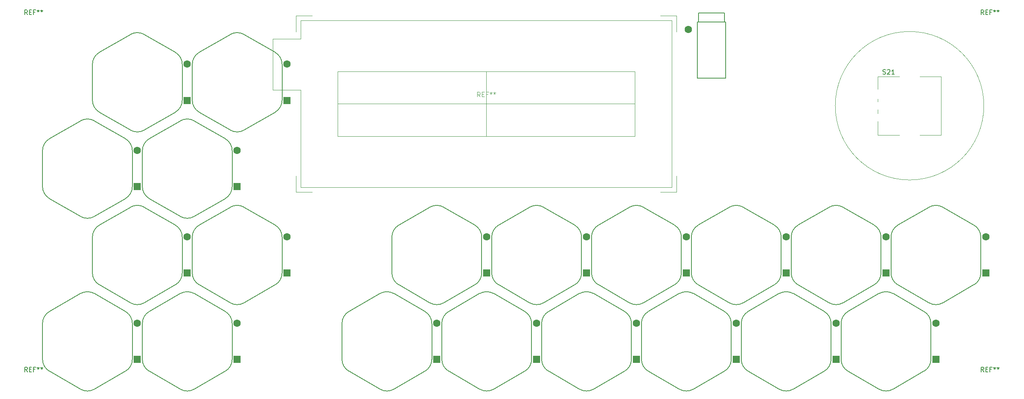
<source format=gbr>
%TF.GenerationSoftware,KiCad,Pcbnew,8.0.5*%
%TF.CreationDate,2024-11-29T19:22:44+02:00*%
%TF.ProjectId,harmi,6861726d-692e-46b6-9963-61645f706362,rev?*%
%TF.SameCoordinates,Original*%
%TF.FileFunction,Legend,Top*%
%TF.FilePolarity,Positive*%
%FSLAX46Y46*%
G04 Gerber Fmt 4.6, Leading zero omitted, Abs format (unit mm)*
G04 Created by KiCad (PCBNEW 8.0.5) date 2024-11-29 19:22:44*
%MOMM*%
%LPD*%
G01*
G04 APERTURE LIST*
%ADD10C,0.100000*%
%ADD11C,0.150000*%
%ADD12C,0.120000*%
%ADD13C,1.600000*%
%ADD14R,1.600000X1.600000*%
G04 APERTURE END LIST*
D10*
X141166666Y-86957419D02*
X140833333Y-86481228D01*
X140595238Y-86957419D02*
X140595238Y-85957419D01*
X140595238Y-85957419D02*
X140976190Y-85957419D01*
X140976190Y-85957419D02*
X141071428Y-86005038D01*
X141071428Y-86005038D02*
X141119047Y-86052657D01*
X141119047Y-86052657D02*
X141166666Y-86147895D01*
X141166666Y-86147895D02*
X141166666Y-86290752D01*
X141166666Y-86290752D02*
X141119047Y-86385990D01*
X141119047Y-86385990D02*
X141071428Y-86433609D01*
X141071428Y-86433609D02*
X140976190Y-86481228D01*
X140976190Y-86481228D02*
X140595238Y-86481228D01*
X141595238Y-86433609D02*
X141928571Y-86433609D01*
X142071428Y-86957419D02*
X141595238Y-86957419D01*
X141595238Y-86957419D02*
X141595238Y-85957419D01*
X141595238Y-85957419D02*
X142071428Y-85957419D01*
X142833333Y-86433609D02*
X142500000Y-86433609D01*
X142500000Y-86957419D02*
X142500000Y-85957419D01*
X142500000Y-85957419D02*
X142976190Y-85957419D01*
X143500000Y-85957419D02*
X143500000Y-86195514D01*
X143261905Y-86100276D02*
X143500000Y-86195514D01*
X143500000Y-86195514D02*
X143738095Y-86100276D01*
X143357143Y-86385990D02*
X143500000Y-86195514D01*
X143500000Y-86195514D02*
X143642857Y-86385990D01*
X144261905Y-85957419D02*
X144261905Y-86195514D01*
X144023810Y-86100276D02*
X144261905Y-86195514D01*
X144261905Y-86195514D02*
X144500000Y-86100276D01*
X144119048Y-86385990D02*
X144261905Y-86195514D01*
X144261905Y-86195514D02*
X144404762Y-86385990D01*
D11*
X249666666Y-69254819D02*
X249333333Y-68778628D01*
X249095238Y-69254819D02*
X249095238Y-68254819D01*
X249095238Y-68254819D02*
X249476190Y-68254819D01*
X249476190Y-68254819D02*
X249571428Y-68302438D01*
X249571428Y-68302438D02*
X249619047Y-68350057D01*
X249619047Y-68350057D02*
X249666666Y-68445295D01*
X249666666Y-68445295D02*
X249666666Y-68588152D01*
X249666666Y-68588152D02*
X249619047Y-68683390D01*
X249619047Y-68683390D02*
X249571428Y-68731009D01*
X249571428Y-68731009D02*
X249476190Y-68778628D01*
X249476190Y-68778628D02*
X249095238Y-68778628D01*
X250095238Y-68731009D02*
X250428571Y-68731009D01*
X250571428Y-69254819D02*
X250095238Y-69254819D01*
X250095238Y-69254819D02*
X250095238Y-68254819D01*
X250095238Y-68254819D02*
X250571428Y-68254819D01*
X251333333Y-68731009D02*
X251000000Y-68731009D01*
X251000000Y-69254819D02*
X251000000Y-68254819D01*
X251000000Y-68254819D02*
X251476190Y-68254819D01*
X252000000Y-68254819D02*
X252000000Y-68492914D01*
X251761905Y-68397676D02*
X252000000Y-68492914D01*
X252000000Y-68492914D02*
X252238095Y-68397676D01*
X251857143Y-68683390D02*
X252000000Y-68492914D01*
X252000000Y-68492914D02*
X252142857Y-68683390D01*
X252761905Y-68254819D02*
X252761905Y-68492914D01*
X252523810Y-68397676D02*
X252761905Y-68492914D01*
X252761905Y-68492914D02*
X253000000Y-68397676D01*
X252619048Y-68683390D02*
X252761905Y-68492914D01*
X252761905Y-68492914D02*
X252904762Y-68683390D01*
X249666666Y-146254819D02*
X249333333Y-145778628D01*
X249095238Y-146254819D02*
X249095238Y-145254819D01*
X249095238Y-145254819D02*
X249476190Y-145254819D01*
X249476190Y-145254819D02*
X249571428Y-145302438D01*
X249571428Y-145302438D02*
X249619047Y-145350057D01*
X249619047Y-145350057D02*
X249666666Y-145445295D01*
X249666666Y-145445295D02*
X249666666Y-145588152D01*
X249666666Y-145588152D02*
X249619047Y-145683390D01*
X249619047Y-145683390D02*
X249571428Y-145731009D01*
X249571428Y-145731009D02*
X249476190Y-145778628D01*
X249476190Y-145778628D02*
X249095238Y-145778628D01*
X250095238Y-145731009D02*
X250428571Y-145731009D01*
X250571428Y-146254819D02*
X250095238Y-146254819D01*
X250095238Y-146254819D02*
X250095238Y-145254819D01*
X250095238Y-145254819D02*
X250571428Y-145254819D01*
X251333333Y-145731009D02*
X251000000Y-145731009D01*
X251000000Y-146254819D02*
X251000000Y-145254819D01*
X251000000Y-145254819D02*
X251476190Y-145254819D01*
X252000000Y-145254819D02*
X252000000Y-145492914D01*
X251761905Y-145397676D02*
X252000000Y-145492914D01*
X252000000Y-145492914D02*
X252238095Y-145397676D01*
X251857143Y-145683390D02*
X252000000Y-145492914D01*
X252000000Y-145492914D02*
X252142857Y-145683390D01*
X252761905Y-145254819D02*
X252761905Y-145492914D01*
X252523810Y-145397676D02*
X252761905Y-145492914D01*
X252761905Y-145492914D02*
X253000000Y-145397676D01*
X252619048Y-145683390D02*
X252761905Y-145492914D01*
X252761905Y-145492914D02*
X252904762Y-145683390D01*
X43666666Y-146254819D02*
X43333333Y-145778628D01*
X43095238Y-146254819D02*
X43095238Y-145254819D01*
X43095238Y-145254819D02*
X43476190Y-145254819D01*
X43476190Y-145254819D02*
X43571428Y-145302438D01*
X43571428Y-145302438D02*
X43619047Y-145350057D01*
X43619047Y-145350057D02*
X43666666Y-145445295D01*
X43666666Y-145445295D02*
X43666666Y-145588152D01*
X43666666Y-145588152D02*
X43619047Y-145683390D01*
X43619047Y-145683390D02*
X43571428Y-145731009D01*
X43571428Y-145731009D02*
X43476190Y-145778628D01*
X43476190Y-145778628D02*
X43095238Y-145778628D01*
X44095238Y-145731009D02*
X44428571Y-145731009D01*
X44571428Y-146254819D02*
X44095238Y-146254819D01*
X44095238Y-146254819D02*
X44095238Y-145254819D01*
X44095238Y-145254819D02*
X44571428Y-145254819D01*
X45333333Y-145731009D02*
X45000000Y-145731009D01*
X45000000Y-146254819D02*
X45000000Y-145254819D01*
X45000000Y-145254819D02*
X45476190Y-145254819D01*
X46000000Y-145254819D02*
X46000000Y-145492914D01*
X45761905Y-145397676D02*
X46000000Y-145492914D01*
X46000000Y-145492914D02*
X46238095Y-145397676D01*
X45857143Y-145683390D02*
X46000000Y-145492914D01*
X46000000Y-145492914D02*
X46142857Y-145683390D01*
X46761905Y-145254819D02*
X46761905Y-145492914D01*
X46523810Y-145397676D02*
X46761905Y-145492914D01*
X46761905Y-145492914D02*
X47000000Y-145397676D01*
X46619048Y-145683390D02*
X46761905Y-145492914D01*
X46761905Y-145492914D02*
X46904762Y-145683390D01*
X43666666Y-69254819D02*
X43333333Y-68778628D01*
X43095238Y-69254819D02*
X43095238Y-68254819D01*
X43095238Y-68254819D02*
X43476190Y-68254819D01*
X43476190Y-68254819D02*
X43571428Y-68302438D01*
X43571428Y-68302438D02*
X43619047Y-68350057D01*
X43619047Y-68350057D02*
X43666666Y-68445295D01*
X43666666Y-68445295D02*
X43666666Y-68588152D01*
X43666666Y-68588152D02*
X43619047Y-68683390D01*
X43619047Y-68683390D02*
X43571428Y-68731009D01*
X43571428Y-68731009D02*
X43476190Y-68778628D01*
X43476190Y-68778628D02*
X43095238Y-68778628D01*
X44095238Y-68731009D02*
X44428571Y-68731009D01*
X44571428Y-69254819D02*
X44095238Y-69254819D01*
X44095238Y-69254819D02*
X44095238Y-68254819D01*
X44095238Y-68254819D02*
X44571428Y-68254819D01*
X45333333Y-68731009D02*
X45000000Y-68731009D01*
X45000000Y-69254819D02*
X45000000Y-68254819D01*
X45000000Y-68254819D02*
X45476190Y-68254819D01*
X46000000Y-68254819D02*
X46000000Y-68492914D01*
X45761905Y-68397676D02*
X46000000Y-68492914D01*
X46000000Y-68492914D02*
X46238095Y-68397676D01*
X45857143Y-68683390D02*
X46000000Y-68492914D01*
X46000000Y-68492914D02*
X46142857Y-68683390D01*
X46761905Y-68254819D02*
X46761905Y-68492914D01*
X46523810Y-68397676D02*
X46761905Y-68492914D01*
X46761905Y-68492914D02*
X47000000Y-68397676D01*
X46619048Y-68683390D02*
X46761905Y-68492914D01*
X46761905Y-68492914D02*
X46904762Y-68683390D01*
X227941905Y-82057200D02*
X228084762Y-82104819D01*
X228084762Y-82104819D02*
X228322857Y-82104819D01*
X228322857Y-82104819D02*
X228418095Y-82057200D01*
X228418095Y-82057200D02*
X228465714Y-82009580D01*
X228465714Y-82009580D02*
X228513333Y-81914342D01*
X228513333Y-81914342D02*
X228513333Y-81819104D01*
X228513333Y-81819104D02*
X228465714Y-81723866D01*
X228465714Y-81723866D02*
X228418095Y-81676247D01*
X228418095Y-81676247D02*
X228322857Y-81628628D01*
X228322857Y-81628628D02*
X228132381Y-81581009D01*
X228132381Y-81581009D02*
X228037143Y-81533390D01*
X228037143Y-81533390D02*
X227989524Y-81485771D01*
X227989524Y-81485771D02*
X227941905Y-81390533D01*
X227941905Y-81390533D02*
X227941905Y-81295295D01*
X227941905Y-81295295D02*
X227989524Y-81200057D01*
X227989524Y-81200057D02*
X228037143Y-81152438D01*
X228037143Y-81152438D02*
X228132381Y-81104819D01*
X228132381Y-81104819D02*
X228370476Y-81104819D01*
X228370476Y-81104819D02*
X228513333Y-81152438D01*
X228894286Y-81200057D02*
X228941905Y-81152438D01*
X228941905Y-81152438D02*
X229037143Y-81104819D01*
X229037143Y-81104819D02*
X229275238Y-81104819D01*
X229275238Y-81104819D02*
X229370476Y-81152438D01*
X229370476Y-81152438D02*
X229418095Y-81200057D01*
X229418095Y-81200057D02*
X229465714Y-81295295D01*
X229465714Y-81295295D02*
X229465714Y-81390533D01*
X229465714Y-81390533D02*
X229418095Y-81533390D01*
X229418095Y-81533390D02*
X228846667Y-82104819D01*
X228846667Y-82104819D02*
X229465714Y-82104819D01*
X230418095Y-82104819D02*
X229846667Y-82104819D01*
X230132381Y-82104819D02*
X230132381Y-81104819D01*
X230132381Y-81104819D02*
X230037143Y-81247676D01*
X230037143Y-81247676D02*
X229941905Y-81342914D01*
X229941905Y-81342914D02*
X229846667Y-81390533D01*
D10*
%TO.C,REF\u002A\u002A*%
X96500000Y-74500000D02*
X102500000Y-74500000D01*
X96500000Y-85500000D02*
X96500000Y-74500000D01*
X101500000Y-69500000D02*
X105000000Y-69500000D01*
X101500000Y-73000000D02*
X101500000Y-69500000D01*
X101500000Y-107500000D02*
X101500000Y-104000000D01*
X102500000Y-70500000D02*
X102500000Y-74500000D01*
X102500000Y-70500000D02*
X182500000Y-70500000D01*
X102500000Y-85500000D02*
X96500000Y-85500000D01*
X102500000Y-106500000D02*
X102500000Y-85500000D01*
X105000000Y-107500000D02*
X101500000Y-107500000D01*
X110500000Y-88500000D02*
X174500000Y-88500000D01*
X142500000Y-81500000D02*
X142500000Y-95500000D01*
X180000000Y-107500000D02*
X183500000Y-107500000D01*
X182500000Y-70500000D02*
X182500000Y-106500000D01*
X182500000Y-106500000D02*
X102500000Y-106500000D01*
X183500000Y-69500000D02*
X180000000Y-69500000D01*
X183500000Y-73000000D02*
X183500000Y-69500000D01*
X183500000Y-107500000D02*
X183500000Y-104000000D01*
X110500000Y-81500000D02*
X174500000Y-81500000D01*
X174500000Y-95500000D01*
X110500000Y-95500000D01*
X110500000Y-81500000D01*
%TO.C,S21*%
X249680000Y-88900000D02*
G75*
G02*
X217680000Y-88900000I-16000000J0D01*
G01*
X217680000Y-88900000D02*
G75*
G02*
X249680000Y-88900000I16000000J0D01*
G01*
D12*
X226870000Y-82590000D02*
X231480000Y-82590000D01*
X226870000Y-85350000D02*
X226870000Y-82590000D01*
X226870000Y-87450000D02*
X226870000Y-88050000D01*
X226870000Y-89750000D02*
X226870000Y-90550000D01*
X226870000Y-92250000D02*
X226870000Y-95210000D01*
X231480000Y-95210000D02*
X226870000Y-95210000D01*
X235880000Y-82600000D02*
X240490000Y-82600000D01*
X240490000Y-82600000D02*
X240490000Y-95210000D01*
X240490000Y-95210000D02*
X235880000Y-95210000D01*
D11*
%TO.C,J2*%
X194050000Y-70887500D02*
X187950000Y-70887500D01*
X194050000Y-82987500D02*
X187950000Y-82987500D01*
X194050000Y-70887500D02*
X194050000Y-82987500D01*
X187950000Y-70887500D02*
X187950000Y-82987500D01*
X193800000Y-70887500D02*
X193800000Y-68887500D01*
X188200000Y-70887500D02*
X188200000Y-68887500D01*
X193800000Y-68887500D02*
X188200000Y-68887500D01*
%TO.C,S20*%
X238275000Y-143553813D02*
G75*
G02*
X236774999Y-146151887I-3000000J3D01*
G01*
X236775000Y-133248111D02*
G75*
G02*
X238275011Y-135846187I-1500000J-2598089D01*
G01*
X230100000Y-150005701D02*
G75*
G02*
X227100001Y-150005702I-1500000J2598076D01*
G01*
X227100000Y-129394299D02*
G75*
G02*
X230099999Y-129394298I1500000J-2598076D01*
G01*
X220425000Y-146151889D02*
G75*
G02*
X218925000Y-143553813I1500001J2598077D01*
G01*
X218925001Y-135846187D02*
G75*
G02*
X220425001Y-133248111I3000001J-1D01*
G01*
X238274999Y-143553813D02*
X238274999Y-135846187D01*
X236775000Y-133248111D02*
X230099999Y-129394298D01*
X230100000Y-150005702D02*
X236775000Y-146151889D01*
X227100000Y-129394298D02*
X220425001Y-133248111D01*
X220425000Y-146151889D02*
X227100001Y-150005702D01*
X218925001Y-135846187D02*
X218925000Y-143553813D01*
%TO.C,S19*%
X197425001Y-135846187D02*
X197425000Y-143553813D01*
X198925000Y-146151889D02*
X205600001Y-150005702D01*
X205600000Y-129394298D02*
X198925001Y-133248111D01*
X208600000Y-150005702D02*
X215275000Y-146151889D01*
X215275000Y-133248111D02*
X208599999Y-129394298D01*
X216774999Y-143553813D02*
X216774999Y-135846187D01*
X197425001Y-135846187D02*
G75*
G02*
X198925001Y-133248111I3000001J-1D01*
G01*
X198925000Y-146151889D02*
G75*
G02*
X197425000Y-143553813I1500001J2598077D01*
G01*
X205600000Y-129394299D02*
G75*
G02*
X208599999Y-129394298I1500000J-2598076D01*
G01*
X208600000Y-150005701D02*
G75*
G02*
X205600001Y-150005702I-1500000J2598076D01*
G01*
X215275000Y-133248111D02*
G75*
G02*
X216775011Y-135846187I-1500000J-2598089D01*
G01*
X216775000Y-143553813D02*
G75*
G02*
X215274999Y-146151887I-3000000J3D01*
G01*
%TO.C,S18*%
X175925001Y-135846187D02*
X175925000Y-143553813D01*
X177425000Y-146151889D02*
X184100001Y-150005702D01*
X184100000Y-129394298D02*
X177425001Y-133248111D01*
X187100000Y-150005702D02*
X193775000Y-146151889D01*
X193775000Y-133248111D02*
X187099999Y-129394298D01*
X195274999Y-143553813D02*
X195274999Y-135846187D01*
X175925001Y-135846187D02*
G75*
G02*
X177425001Y-133248111I3000001J-1D01*
G01*
X177425000Y-146151889D02*
G75*
G02*
X175925000Y-143553813I1500001J2598077D01*
G01*
X184100000Y-129394299D02*
G75*
G02*
X187099999Y-129394298I1500000J-2598076D01*
G01*
X187100000Y-150005701D02*
G75*
G02*
X184100001Y-150005702I-1500000J2598076D01*
G01*
X193775000Y-133248111D02*
G75*
G02*
X195275011Y-135846187I-1500000J-2598089D01*
G01*
X195275000Y-143553813D02*
G75*
G02*
X193774999Y-146151887I-3000000J3D01*
G01*
%TO.C,S17*%
X154425001Y-135846187D02*
X154425000Y-143553813D01*
X155925000Y-146151889D02*
X162600001Y-150005702D01*
X162600000Y-129394298D02*
X155925001Y-133248111D01*
X165600000Y-150005702D02*
X172275000Y-146151889D01*
X172275000Y-133248111D02*
X165599999Y-129394298D01*
X173774999Y-143553813D02*
X173774999Y-135846187D01*
X154425001Y-135846187D02*
G75*
G02*
X155925001Y-133248111I3000001J-1D01*
G01*
X155925000Y-146151889D02*
G75*
G02*
X154425000Y-143553813I1500001J2598077D01*
G01*
X162600000Y-129394299D02*
G75*
G02*
X165599999Y-129394298I1500000J-2598076D01*
G01*
X165600000Y-150005701D02*
G75*
G02*
X162600001Y-150005702I-1500000J2598076D01*
G01*
X172275000Y-133248111D02*
G75*
G02*
X173775011Y-135846187I-1500000J-2598089D01*
G01*
X173775000Y-143553813D02*
G75*
G02*
X172274999Y-146151887I-3000000J3D01*
G01*
%TO.C,S16*%
X132925001Y-135846187D02*
X132925000Y-143553813D01*
X134425000Y-146151889D02*
X141100001Y-150005702D01*
X141100000Y-129394298D02*
X134425001Y-133248111D01*
X144100000Y-150005702D02*
X150775000Y-146151889D01*
X150775000Y-133248111D02*
X144099999Y-129394298D01*
X152274999Y-143553813D02*
X152274999Y-135846187D01*
X132925001Y-135846187D02*
G75*
G02*
X134425001Y-133248111I3000001J-1D01*
G01*
X134425000Y-146151889D02*
G75*
G02*
X132925000Y-143553813I1500001J2598077D01*
G01*
X141100000Y-129394299D02*
G75*
G02*
X144099999Y-129394298I1500000J-2598076D01*
G01*
X144100000Y-150005701D02*
G75*
G02*
X141100001Y-150005702I-1500000J2598076D01*
G01*
X150775000Y-133248111D02*
G75*
G02*
X152275011Y-135846187I-1500000J-2598089D01*
G01*
X152275000Y-143553813D02*
G75*
G02*
X150774999Y-146151887I-3000000J3D01*
G01*
%TO.C,S15*%
X111425001Y-135846187D02*
X111425000Y-143553813D01*
X112925000Y-146151889D02*
X119600001Y-150005702D01*
X119600000Y-129394298D02*
X112925001Y-133248111D01*
X122600000Y-150005702D02*
X129275000Y-146151889D01*
X129275000Y-133248111D02*
X122599999Y-129394298D01*
X130774999Y-143553813D02*
X130774999Y-135846187D01*
X111425001Y-135846187D02*
G75*
G02*
X112925001Y-133248111I3000001J-1D01*
G01*
X112925000Y-146151889D02*
G75*
G02*
X111425000Y-143553813I1500001J2598077D01*
G01*
X119600000Y-129394299D02*
G75*
G02*
X122599999Y-129394298I1500000J-2598076D01*
G01*
X122600000Y-150005701D02*
G75*
G02*
X119600001Y-150005702I-1500000J2598076D01*
G01*
X129275000Y-133248111D02*
G75*
G02*
X130775011Y-135846187I-1500000J-2598089D01*
G01*
X130775000Y-143553813D02*
G75*
G02*
X129274999Y-146151887I-3000000J3D01*
G01*
%TO.C,S14*%
X229675001Y-117226639D02*
X229675000Y-124934265D01*
X231175000Y-127532341D02*
X237850001Y-131386154D01*
X237850000Y-110774750D02*
X231175001Y-114628563D01*
X240850000Y-131386154D02*
X247525000Y-127532341D01*
X247525000Y-114628563D02*
X240849999Y-110774750D01*
X249024999Y-124934265D02*
X249024999Y-117226639D01*
X229675001Y-117226639D02*
G75*
G02*
X231175001Y-114628563I3000001J-1D01*
G01*
X231175000Y-127532341D02*
G75*
G02*
X229675000Y-124934265I1500001J2598077D01*
G01*
X237850000Y-110774751D02*
G75*
G02*
X240849999Y-110774750I1500000J-2598076D01*
G01*
X240850000Y-131386153D02*
G75*
G02*
X237850001Y-131386154I-1500000J2598076D01*
G01*
X247525000Y-114628563D02*
G75*
G02*
X249025011Y-117226639I-1500000J-2598089D01*
G01*
X249025000Y-124934265D02*
G75*
G02*
X247524999Y-127532339I-3000000J3D01*
G01*
%TO.C,S13*%
X208175001Y-117226639D02*
X208175000Y-124934265D01*
X209675000Y-127532341D02*
X216350001Y-131386154D01*
X216350000Y-110774750D02*
X209675001Y-114628563D01*
X219350000Y-131386154D02*
X226025000Y-127532341D01*
X226025000Y-114628563D02*
X219349999Y-110774750D01*
X227524999Y-124934265D02*
X227524999Y-117226639D01*
X208175001Y-117226639D02*
G75*
G02*
X209675001Y-114628563I3000001J-1D01*
G01*
X209675000Y-127532341D02*
G75*
G02*
X208175000Y-124934265I1500001J2598077D01*
G01*
X216350000Y-110774751D02*
G75*
G02*
X219349999Y-110774750I1500000J-2598076D01*
G01*
X219350000Y-131386153D02*
G75*
G02*
X216350001Y-131386154I-1500000J2598076D01*
G01*
X226025000Y-114628563D02*
G75*
G02*
X227525011Y-117226639I-1500000J-2598089D01*
G01*
X227525000Y-124934265D02*
G75*
G02*
X226024999Y-127532339I-3000000J3D01*
G01*
%TO.C,S12*%
X186675001Y-117226639D02*
X186675000Y-124934265D01*
X188175000Y-127532341D02*
X194850001Y-131386154D01*
X194850000Y-110774750D02*
X188175001Y-114628563D01*
X197850000Y-131386154D02*
X204525000Y-127532341D01*
X204525000Y-114628563D02*
X197849999Y-110774750D01*
X206024999Y-124934265D02*
X206024999Y-117226639D01*
X186675001Y-117226639D02*
G75*
G02*
X188175001Y-114628563I3000001J-1D01*
G01*
X188175000Y-127532341D02*
G75*
G02*
X186675000Y-124934265I1500001J2598077D01*
G01*
X194850000Y-110774751D02*
G75*
G02*
X197849999Y-110774750I1500000J-2598076D01*
G01*
X197850000Y-131386153D02*
G75*
G02*
X194850001Y-131386154I-1500000J2598076D01*
G01*
X204525000Y-114628563D02*
G75*
G02*
X206025011Y-117226639I-1500000J-2598089D01*
G01*
X206025000Y-124934265D02*
G75*
G02*
X204524999Y-127532339I-3000000J3D01*
G01*
%TO.C,S11*%
X165175001Y-117226639D02*
X165175000Y-124934265D01*
X166675000Y-127532341D02*
X173350001Y-131386154D01*
X173350000Y-110774750D02*
X166675001Y-114628563D01*
X176350000Y-131386154D02*
X183025000Y-127532341D01*
X183025000Y-114628563D02*
X176349999Y-110774750D01*
X184524999Y-124934265D02*
X184524999Y-117226639D01*
X165175001Y-117226639D02*
G75*
G02*
X166675001Y-114628563I3000001J-1D01*
G01*
X166675000Y-127532341D02*
G75*
G02*
X165175000Y-124934265I1500001J2598077D01*
G01*
X173350000Y-110774751D02*
G75*
G02*
X176349999Y-110774750I1500000J-2598076D01*
G01*
X176350000Y-131386153D02*
G75*
G02*
X173350001Y-131386154I-1500000J2598076D01*
G01*
X183025000Y-114628563D02*
G75*
G02*
X184525011Y-117226639I-1500000J-2598089D01*
G01*
X184525000Y-124934265D02*
G75*
G02*
X183024999Y-127532339I-3000000J3D01*
G01*
%TO.C,S10*%
X143675001Y-117226639D02*
X143675000Y-124934265D01*
X145175000Y-127532341D02*
X151850001Y-131386154D01*
X151850000Y-110774750D02*
X145175001Y-114628563D01*
X154850000Y-131386154D02*
X161525000Y-127532341D01*
X161525000Y-114628563D02*
X154849999Y-110774750D01*
X163024999Y-124934265D02*
X163024999Y-117226639D01*
X143675001Y-117226639D02*
G75*
G02*
X145175001Y-114628563I3000001J-1D01*
G01*
X145175000Y-127532341D02*
G75*
G02*
X143675000Y-124934265I1500001J2598077D01*
G01*
X151850000Y-110774751D02*
G75*
G02*
X154849999Y-110774750I1500000J-2598076D01*
G01*
X154850000Y-131386153D02*
G75*
G02*
X151850001Y-131386154I-1500000J2598076D01*
G01*
X161525000Y-114628563D02*
G75*
G02*
X163025011Y-117226639I-1500000J-2598089D01*
G01*
X163025000Y-124934265D02*
G75*
G02*
X161524999Y-127532339I-3000000J3D01*
G01*
%TO.C,S9*%
X122175001Y-117226639D02*
X122175000Y-124934265D01*
X123675000Y-127532341D02*
X130350001Y-131386154D01*
X130350000Y-110774750D02*
X123675001Y-114628563D01*
X133350000Y-131386154D02*
X140025000Y-127532341D01*
X140025000Y-114628563D02*
X133349999Y-110774750D01*
X141524999Y-124934265D02*
X141524999Y-117226639D01*
X122175001Y-117226639D02*
G75*
G02*
X123675001Y-114628563I3000001J-1D01*
G01*
X123675000Y-127532341D02*
G75*
G02*
X122175000Y-124934265I1500001J2598077D01*
G01*
X130350000Y-110774751D02*
G75*
G02*
X133349999Y-110774750I1500000J-2598076D01*
G01*
X133350000Y-131386153D02*
G75*
G02*
X130350001Y-131386154I-1500000J2598076D01*
G01*
X140025000Y-114628563D02*
G75*
G02*
X141525011Y-117226639I-1500000J-2598089D01*
G01*
X141525000Y-124934265D02*
G75*
G02*
X140024999Y-127532339I-3000000J3D01*
G01*
%TO.C,S8*%
X68425001Y-135846187D02*
X68425000Y-143553813D01*
X69925000Y-146151889D02*
X76600001Y-150005702D01*
X76600000Y-129394298D02*
X69925001Y-133248111D01*
X79600000Y-150005702D02*
X86275000Y-146151889D01*
X86275000Y-133248111D02*
X79599999Y-129394298D01*
X87774999Y-143553813D02*
X87774999Y-135846187D01*
X68425001Y-135846187D02*
G75*
G02*
X69925001Y-133248111I3000001J-1D01*
G01*
X69925000Y-146151889D02*
G75*
G02*
X68425000Y-143553813I1500001J2598077D01*
G01*
X76600000Y-129394299D02*
G75*
G02*
X79599999Y-129394298I1500000J-2598076D01*
G01*
X79600000Y-150005701D02*
G75*
G02*
X76600001Y-150005702I-1500000J2598076D01*
G01*
X86275000Y-133248111D02*
G75*
G02*
X87775011Y-135846187I-1500000J-2598089D01*
G01*
X87775000Y-143553813D02*
G75*
G02*
X86274999Y-146151887I-3000000J3D01*
G01*
%TO.C,S7*%
X46925001Y-135846187D02*
X46925000Y-143553813D01*
X48425000Y-146151889D02*
X55100001Y-150005702D01*
X55100000Y-129394298D02*
X48425001Y-133248111D01*
X58100000Y-150005702D02*
X64775000Y-146151889D01*
X64775000Y-133248111D02*
X58099999Y-129394298D01*
X66274999Y-143553813D02*
X66274999Y-135846187D01*
X46925001Y-135846187D02*
G75*
G02*
X48425001Y-133248111I3000001J-1D01*
G01*
X48425000Y-146151889D02*
G75*
G02*
X46925000Y-143553813I1500001J2598077D01*
G01*
X55100000Y-129394299D02*
G75*
G02*
X58099999Y-129394298I1500000J-2598076D01*
G01*
X58100000Y-150005701D02*
G75*
G02*
X55100001Y-150005702I-1500000J2598076D01*
G01*
X64775000Y-133248111D02*
G75*
G02*
X66275011Y-135846187I-1500000J-2598089D01*
G01*
X66275000Y-143553813D02*
G75*
G02*
X64774999Y-146151887I-3000000J3D01*
G01*
%TO.C,S6*%
X79175001Y-117226639D02*
X79175000Y-124934265D01*
X80675000Y-127532341D02*
X87350001Y-131386154D01*
X87350000Y-110774750D02*
X80675001Y-114628563D01*
X90350000Y-131386154D02*
X97025000Y-127532341D01*
X97025000Y-114628563D02*
X90349999Y-110774750D01*
X98524999Y-124934265D02*
X98524999Y-117226639D01*
X79175001Y-117226639D02*
G75*
G02*
X80675001Y-114628563I3000001J-1D01*
G01*
X80675000Y-127532341D02*
G75*
G02*
X79175000Y-124934265I1500001J2598077D01*
G01*
X87350000Y-110774751D02*
G75*
G02*
X90349999Y-110774750I1500000J-2598076D01*
G01*
X90350000Y-131386153D02*
G75*
G02*
X87350001Y-131386154I-1500000J2598076D01*
G01*
X97025000Y-114628563D02*
G75*
G02*
X98525011Y-117226639I-1500000J-2598089D01*
G01*
X98525000Y-124934265D02*
G75*
G02*
X97024999Y-127532339I-3000000J3D01*
G01*
%TO.C,S5*%
X57675001Y-117226639D02*
X57675000Y-124934265D01*
X59175000Y-127532341D02*
X65850001Y-131386154D01*
X65850000Y-110774750D02*
X59175001Y-114628563D01*
X68850000Y-131386154D02*
X75525000Y-127532341D01*
X75525000Y-114628563D02*
X68849999Y-110774750D01*
X77024999Y-124934265D02*
X77024999Y-117226639D01*
X57675001Y-117226639D02*
G75*
G02*
X59175001Y-114628563I3000001J-1D01*
G01*
X59175000Y-127532341D02*
G75*
G02*
X57675000Y-124934265I1500001J2598077D01*
G01*
X65850000Y-110774751D02*
G75*
G02*
X68849999Y-110774750I1500000J-2598076D01*
G01*
X68850000Y-131386153D02*
G75*
G02*
X65850001Y-131386154I-1500000J2598076D01*
G01*
X75525000Y-114628563D02*
G75*
G02*
X77025011Y-117226639I-1500000J-2598089D01*
G01*
X77025000Y-124934265D02*
G75*
G02*
X75524999Y-127532339I-3000000J3D01*
G01*
%TO.C,S4*%
X68425001Y-98607091D02*
X68425000Y-106314717D01*
X69925000Y-108912793D02*
X76600001Y-112766606D01*
X76600000Y-92155202D02*
X69925001Y-96009015D01*
X79600000Y-112766606D02*
X86275000Y-108912793D01*
X86275000Y-96009015D02*
X79599999Y-92155202D01*
X87774999Y-106314717D02*
X87774999Y-98607091D01*
X68425001Y-98607091D02*
G75*
G02*
X69925001Y-96009015I3000001J-1D01*
G01*
X69925000Y-108912793D02*
G75*
G02*
X68425000Y-106314717I1500001J2598077D01*
G01*
X76600000Y-92155203D02*
G75*
G02*
X79599999Y-92155202I1500000J-2598076D01*
G01*
X79600000Y-112766605D02*
G75*
G02*
X76600001Y-112766606I-1500000J2598076D01*
G01*
X86275000Y-96009015D02*
G75*
G02*
X87775011Y-98607091I-1500000J-2598089D01*
G01*
X87775000Y-106314717D02*
G75*
G02*
X86274999Y-108912791I-3000000J3D01*
G01*
%TO.C,S3*%
X46925001Y-98607091D02*
X46925000Y-106314717D01*
X48425000Y-108912793D02*
X55100001Y-112766606D01*
X55100000Y-92155202D02*
X48425001Y-96009015D01*
X58100000Y-112766606D02*
X64775000Y-108912793D01*
X64775000Y-96009015D02*
X58099999Y-92155202D01*
X66274999Y-106314717D02*
X66274999Y-98607091D01*
X46925001Y-98607091D02*
G75*
G02*
X48425001Y-96009015I3000001J-1D01*
G01*
X48425000Y-108912793D02*
G75*
G02*
X46925000Y-106314717I1500001J2598077D01*
G01*
X55100000Y-92155203D02*
G75*
G02*
X58099999Y-92155202I1500000J-2598076D01*
G01*
X58100000Y-112766605D02*
G75*
G02*
X55100001Y-112766606I-1500000J2598076D01*
G01*
X64775000Y-96009015D02*
G75*
G02*
X66275011Y-98607091I-1500000J-2598089D01*
G01*
X66275000Y-106314717D02*
G75*
G02*
X64774999Y-108912791I-3000000J3D01*
G01*
%TO.C,S2*%
X79175001Y-79987543D02*
X79175000Y-87695169D01*
X80675000Y-90293245D02*
X87350001Y-94147058D01*
X87350000Y-73535654D02*
X80675001Y-77389467D01*
X90350000Y-94147058D02*
X97025000Y-90293245D01*
X97025000Y-77389467D02*
X90349999Y-73535654D01*
X98524999Y-87695169D02*
X98524999Y-79987543D01*
X79175001Y-79987543D02*
G75*
G02*
X80675001Y-77389467I3000001J-1D01*
G01*
X80675000Y-90293245D02*
G75*
G02*
X79175000Y-87695169I1500001J2598077D01*
G01*
X87350000Y-73535655D02*
G75*
G02*
X90349999Y-73535654I1500000J-2598076D01*
G01*
X90350000Y-94147057D02*
G75*
G02*
X87350001Y-94147058I-1500000J2598076D01*
G01*
X97025000Y-77389467D02*
G75*
G02*
X98525011Y-79987543I-1500000J-2598089D01*
G01*
X98525000Y-87695169D02*
G75*
G02*
X97024999Y-90293243I-3000000J3D01*
G01*
%TO.C,S1*%
X57675001Y-79987543D02*
X57675000Y-87695169D01*
X59175000Y-90293245D02*
X65850001Y-94147058D01*
X65850000Y-73535654D02*
X59175001Y-77389467D01*
X68850000Y-94147058D02*
X75525000Y-90293245D01*
X75525000Y-77389467D02*
X68849999Y-73535654D01*
X77024999Y-87695169D02*
X77024999Y-79987543D01*
X57675001Y-79987543D02*
G75*
G02*
X59175001Y-77389467I3000001J-1D01*
G01*
X59175000Y-90293245D02*
G75*
G02*
X57675000Y-87695169I1500001J2598077D01*
G01*
X65850000Y-73535655D02*
G75*
G02*
X68849999Y-73535654I1500000J-2598076D01*
G01*
X68850000Y-94147057D02*
G75*
G02*
X65850001Y-94147058I-1500000J2598076D01*
G01*
X75525000Y-77389467D02*
G75*
G02*
X77025011Y-79987543I-1500000J-2598089D01*
G01*
X77025000Y-87695169D02*
G75*
G02*
X75524999Y-90293243I-3000000J3D01*
G01*
%TD*%
D13*
%TO.C,R1*%
X186000000Y-72450000D03*
%TD*%
%TO.C,D20*%
X239350000Y-135800000D03*
D14*
X239350000Y-143600000D03*
%TD*%
D13*
%TO.C,D19*%
X217850000Y-135800000D03*
D14*
X217850000Y-143600000D03*
%TD*%
D13*
%TO.C,D18*%
X196350000Y-135800000D03*
D14*
X196350000Y-143600000D03*
%TD*%
D13*
%TO.C,D17*%
X174850000Y-135800000D03*
D14*
X174850000Y-143600000D03*
%TD*%
D13*
%TO.C,D16*%
X153350000Y-135800000D03*
D14*
X153350000Y-143600000D03*
%TD*%
D13*
%TO.C,D15*%
X131850000Y-135800000D03*
D14*
X131850000Y-143600000D03*
%TD*%
D13*
%TO.C,D14*%
X250100000Y-117180452D03*
D14*
X250100000Y-124980452D03*
%TD*%
%TO.C,D13*%
X228600000Y-124980452D03*
D13*
X228600000Y-117180452D03*
%TD*%
%TO.C,D12*%
X207100000Y-117180452D03*
D14*
X207100000Y-124980452D03*
%TD*%
D13*
%TO.C,D11*%
X185600000Y-117180452D03*
D14*
X185600000Y-124980452D03*
%TD*%
D13*
%TO.C,D10*%
X164100000Y-117180452D03*
D14*
X164100000Y-124980452D03*
%TD*%
D13*
%TO.C,D9*%
X142600000Y-117180452D03*
D14*
X142600000Y-124980452D03*
%TD*%
D13*
%TO.C,D8*%
X88850000Y-135800000D03*
D14*
X88850000Y-143600000D03*
%TD*%
D13*
%TO.C,D7*%
X67350000Y-135800000D03*
D14*
X67350000Y-143600000D03*
%TD*%
D13*
%TO.C,D6*%
X99600000Y-117180452D03*
D14*
X99600000Y-124980452D03*
%TD*%
D13*
%TO.C,D5*%
X78100000Y-117180452D03*
D14*
X78100000Y-124980452D03*
%TD*%
D13*
%TO.C,D4*%
X88850000Y-98560904D03*
D14*
X88850000Y-106360904D03*
%TD*%
D13*
%TO.C,D3*%
X67350000Y-98560904D03*
D14*
X67350000Y-106360904D03*
%TD*%
D13*
%TO.C,D2*%
X99600000Y-79941356D03*
D14*
X99600000Y-87741356D03*
%TD*%
D13*
%TO.C,D1*%
X78100000Y-79941356D03*
D14*
X78100000Y-87741356D03*
%TD*%
M02*

</source>
